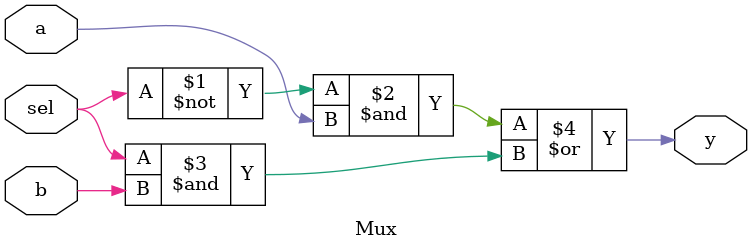
<source format=v>
module Mux(
    input a,
    input b,
    input sel,
    output y
);
    assign y = (~sel & a) | (sel & b);
endmodule
</source>
